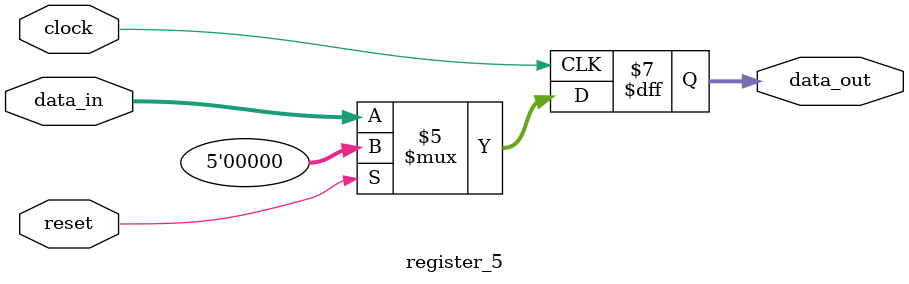
<source format=v>

module register_5(
	input wire clock,
	input wire reset,
	input wire[4:0] data_in,
	output reg[4:0] data_out);
	
	initial begin
		data_out = 5'hf;
	end
	
	always @(posedge clock) begin
		if (reset == 1'b1) begin
			data_out <= 5'h0;
		end else begin
			data_out <= data_in;
		end
	end
	
endmodule
</source>
